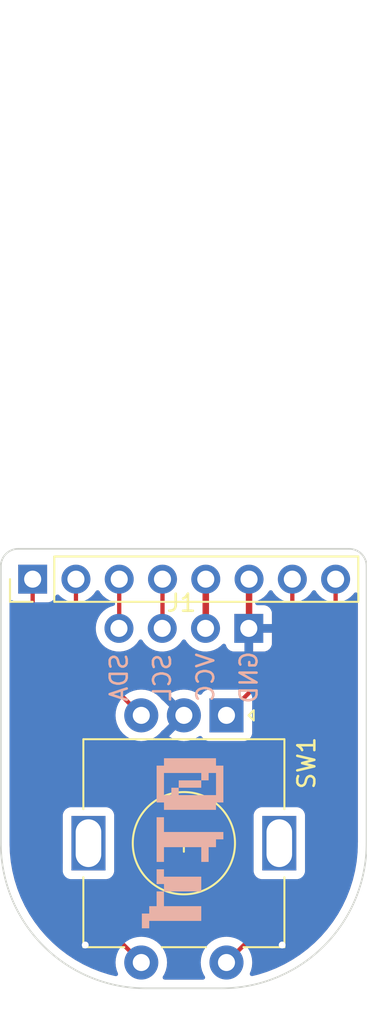
<source format=kicad_pcb>
(kicad_pcb (version 20211014) (generator pcbnew)
  (layers (0 "F.Cu" signal) (31 "B.Cu" signal) (34 "B.Paste" user) (35 "F.Paste" user) (36 "B.SilkS" user "B.Silkscreen") (37 "F.SilkS" user "F.Silkscreen") (38 "B.Mask" user) (39 "F.Mask" user) (44 "Edge.Cuts" user))
  (net 0 "")
  (net 1 "ENA")
  (net 2 "ENB")
  (net 3 "GND")
  (net 4 "S1")
  (net 5 "S2")
  (net 6 "+5V")
  (net 7 "SCL")
  (net 8 "SDA")
  (footprint "Custom_Footprints:SSD1306_OLED" (layer "F.Cu") (at 43 64 90)
    (fp_text reference "J2")
    (fp_text value "OLED")
    (fp_text user "GND" (at -20.6375 3.81 90) (layer "B.SilkS") (effects (justify mirror)))
    (fp_text user "SCL" (at -20.6375 -1.27 90) (layer "B.SilkS") (effects (justify mirror)))
    (fp_text user "VCC" (at -20.6375 1.27 90) (layer "B.SilkS") (effects (justify mirror)))
    (fp_text user "SDA" (at -20.6375 -3.81 90) (layer "B.SilkS") (effects (justify mirror)))
    (pad "1" thru_hole rect (at -17.7545 3.81 90) (size 1.7 1.7) (drill 1) (layers *.Cu *.Mask) (net 3 "GND"))
    (pad "2" thru_hole oval (at -17.7545 1.27 90) (size 1.7 1.7) (drill 1) (layers *.Cu *.Mask) (net 6 "+5V"))
    (pad "3" thru_hole oval (at -17.7545 -1.27 90) (size 1.7 1.7) (drill 1) (layers *.Cu *.Mask) (net 7 "SCL"))
    (pad "4" thru_hole oval (at -17.7545 -3.81 90) (size 1.7 1.7) (drill 1) (layers *.Cu *.Mask) (net 8 "SDA"))
  )
  (footprint "Rotary_Encoder:RotaryEncoder_Alps_EC11E-Switch_Vertical_H20mm" (layer "F.Cu") (at 45.5 86.857 -90)
    (fp_text reference "SW1" (at 2.8 -4.7 90) (layer "F.SilkS"))
    (fp_text value "Rotary_Encoder_Switch")
    (fp_line (start 9.5 -3.4) (end 13.6 -3.4) (layer "F.SilkS") (width 0.12))
    (fp_line (start 1.4 -3.4) (end 1.4 8.4) (layer "F.SilkS") (width 0.12))
    (fp_line (start 13.6 1.2) (end 13.6 3.8) (layer "F.SilkS") (width 0.12))
    (fp_line (start 0 -1.3) (end -0.3 -1.6) (layer "F.SilkS") (width 0.12))
    (fp_line (start 5.5 8.4) (end 1.4 8.4) (layer "F.SilkS") (width 0.12))
    (fp_line (start 13.6 8.4) (end 9.5 8.4) (layer "F.SilkS") (width 0.12))
    (fp_line (start 13.6 -3.4) (end 13.6 -1) (layer "F.SilkS") (width 0.12))
    (fp_line (start 0.3 -1.6) (end 0 -1.3) (layer "F.SilkS") (width 0.12))
    (fp_line (start 5.5 -3.4) (end 1.4 -3.4) (layer "F.SilkS") (width 0.12))
    (fp_line (start 13.6 6) (end 13.6 8.4) (layer "F.SilkS") (width 0.12))
    (fp_line (start 7 2.5) (end 8 2.5) (layer "F.SilkS") (width 0.12))
    (fp_line (start 7.5 2) (end 7.5 3) (layer "F.SilkS") (width 0.12))
    (fp_line (start -0.3 -1.6) (end 0.3 -1.6) (layer "F.SilkS") (width 0.12))
    (fp_circle (center 7.5 2.5) (end 10.5 2.5) (layer "F.SilkS") (width 0.12) (fill none))
    (pad "A" thru_hole rect (at 0 0 270) (size 2 2) (drill 1) (layers *.Cu *.Mask) (net 2 "ENB"))
    (pad "B" thru_hole circle (at 0 5 270) (size 2 2) (drill 1) (layers *.Cu *.Mask) (net 1 "ENA"))
    (pad "C" thru_hole circle (at 0 2.5 270) (size 2 2) (drill 1) (layers *.Cu *.Mask) (net 3 "GND"))
    (pad "MP" thru_hole rect (at 7.5 8.1 270) (size 3.2 2) (drill oval 2.8 1.5) (layers *.Cu *.Mask))
    (pad "MP" thru_hole rect (at 7.5 -3.1 270) (size 3.2 2) (drill oval 2.8 1.5) (layers *.Cu *.Mask))
    (pad "S1" thru_hole circle (at 14.5 5 270) (size 2 2) (drill 1) (layers *.Cu *.Mask) (net 4 "S1"))
    (pad "S2" thru_hole circle (at 14.5 0 270) (size 2 2) (drill 1) (layers *.Cu *.Mask) (net 5 "S2"))
  )
  (footprint "Connector_PinHeader_2.54mm:PinHeader_1x08_P2.54mm_Vertical" (layer "F.Cu") (at 34.125 78.867 90)
    (fp_text reference "J1" (at -1.397 8.73125 unlocked) (layer "F.SilkS"))
    (fp_text value "Conn_01x08_Female")
    (fp_line (start 1.33 1.27) (end 1.33 19.11) (layer "F.SilkS") (width 0.12))
    (fp_line (start -1.33 -1.33) (end 0 -1.33) (layer "F.SilkS") (width 0.12))
    (fp_line (start -1.33 0) (end -1.33 -1.33) (layer "F.SilkS") (width 0.12))
    (fp_line (start -1.33 19.11) (end 1.33 19.11) (layer "F.SilkS") (width 0.12))
    (fp_line (start -1.33 1.27) (end -1.33 19.11) (layer "F.SilkS") (width 0.12))
    (fp_line (start -1.33 1.27) (end 1.33 1.27) (layer "F.SilkS") (width 0.12))
    (pad "1" thru_hole rect (at 0 0 90) (size 1.7 1.7) (drill 1) (layers *.Cu *.Mask) (net 4 "S1"))
    (pad "2" thru_hole oval (at 0 2.54 90) (size 1.7 1.7) (drill 1) (layers *.Cu *.Mask) (net 1 "ENA"))
    (pad "3" thru_hole oval (at 0 5.08 90) (size 1.7 1.7) (drill 1) (layers *.Cu *.Mask) (net 8 "SDA"))
    (pad "4" thru_hole oval (at 0 7.62 90) (size 1.7 1.7) (drill 1) (layers *.Cu *.Mask) (net 7 "SCL"))
    (pad "5" thru_hole oval (at 0 10.16 90) (size 1.7 1.7) (drill 1) (layers *.Cu *.Mask) (net 6 "+5V"))
    (pad "6" thru_hole oval (at 0 12.7 90) (size 1.7 1.7) (drill 1) (layers *.Cu *.Mask) (net 3 "GND"))
    (pad "7" thru_hole oval (at 0 15.24 90) (size 1.7 1.7) (drill 1) (layers *.Cu *.Mask) (net 2 "ENB"))
    (pad "8" thru_hole oval (at 0 17.78 90) (size 1.7 1.7) (drill 1) (layers *.Cu *.Mask) (net 5 "S2"))
  )
  (footprint "micro10:logo_small" (layer "B.Cu") (at 42.926 94.361 90)
    (fp_text reference "G***" hide)
    (fp_text value "LOGO" hide)
    (fp_poly (pts (xy -1.959719 -1.094389) (xy -1.527054 -1.094389) (xy -1.527054 -1.527054) (xy -2.392385 -1.527054) (xy -2.392385 -1.094389) (xy -2.82505 -1.094389) (xy -2.82505 1.094389) (xy -1.959719 1.094389)) (layer "B.SilkS") (width 0) (fill solid))
    (fp_poly (pts (xy 0.661724 -1.094389) (xy 1.527054 -1.094389) (xy 1.527054 -1.527054) (xy -1.094389 -1.527054) (xy -1.094389 -1.094389) (xy -0.229058 -1.094389) (xy -0.229058 1.094389) (xy -1.094389 1.094389) (xy -1.094389 1.527054) (xy -0.229058 1.527054) (xy -0.229058 1.959719) (xy 0.229058 1.959719) (xy 0.229058 2.392384) (xy 0.661724 2.392384)) (layer "B.SilkS") (width 0) (fill solid))
    (fp_poly (pts (xy 3.690381 -0.229058) (xy 3.257716 -0.229058) (xy 3.257716 1.094389) (xy 3.690381 1.094389)) (layer "B.SilkS") (width 0) (fill solid))
    (fp_poly (pts (xy -3.690381 -1.094389) (xy -2.82505 -1.094389) (xy -2.82505 -1.527054) (xy -3.690381 -1.527054) (xy -3.690381 -1.95972) (xy -4.123046 -1.95972) (xy -4.123046 -2.392385) (xy -4.988376 -2.392385) (xy -4.988376 -1.95972) (xy -4.555711 -1.95972) (xy -4.555711 1.094389) (xy -3.690381 1.094389)) (layer "B.SilkS") (width 0) (fill solid))
    (fp_poly (pts (xy 4.555712 1.959719) (xy 4.988377 1.959719) (xy 4.988377 -1.094389) (xy 4.555712 -1.094389) (xy 4.555712 -1.527054) (xy 2.392385 -1.527054) (xy 2.392385 -1.094389) (xy 2.82505 -1.094389) (xy 4.123046 -1.094389) (xy 4.123046 1.094389) (xy 3.690381 1.094389) (xy 3.690381 1.527054) (xy 4.123046 1.527054) (xy 4.123046 1.959719) (xy 2.82505 1.959719) (xy 2.82505 -0.229058) (xy 3.257716 -0.229058) (xy 3.257716 -0.661724) (xy 2.82505 -0.661724) (xy 2.82505 -1.094389) (xy 2.392385 -1.094389) (xy 1.95972 -1.094389) (xy 1.95972 1.959719) (xy 2.392385 1.959719) (xy 2.392385 2.392384) (xy 4.555712 2.392384)) (layer "B.SilkS") (width 0) (fill solid))
  )
  (gr_line (start 32.258 78.105) (end 32.258 94.361) (layer "Edge.Cuts") (width 0.1))
  (gr_arc (start 53.721 94.361) (mid 51.228772 100.377772) (end 45.212 102.87) (layer "Edge.Cuts") (width 0.1))
  (gr_line (start 53.721 78.105) (end 53.721 94.361) (layer "Edge.Cuts") (width 0.1))
  (gr_line (start 40.767 102.87) (end 45.212 102.87) (layer "Edge.Cuts") (width 0.1))
  (gr_arc (start 40.767 102.87) (mid 34.750228 100.377772) (end 32.258 94.361) (layer "Edge.Cuts") (width 0.1))
  (gr_arc (start 32.258 78.105) (mid 32.55558 77.38658) (end 33.274 77.089) (layer "Edge.Cuts") (width 0.1))
  (gr_arc (start 52.705 77.089) (mid 53.42342 77.38658) (end 53.721 78.105) (layer "Edge.Cuts") (width 0.1))
  (gr_line (start 33.274 77.089) (end 52.705 77.089) (layer "Edge.Cuts") (width 0.1))
  (segment (start 36.665 83.022) (end 40.5 86.857) (width 0.25) (layer "F.Cu") (net 1))
  (segment (start 36.665 78.867) (end 36.665 83.022) (width 0.25) (layer "F.Cu") (net 1))
  (segment (start 49.365 78.867) (end 49.365 82.992) (width 0.25) (layer "F.Cu") (net 2))
  (segment (start 49.365 82.992) (end 45.5 86.857) (width 0.25) (layer "F.Cu") (net 2))
  (segment (start 46.825 78.867) (end 46.825 81.7395) (width 0.381) (layer "F.Cu") (net 3))
  (segment (start 46.825 81.7395) (end 46.81 81.7545) (width 0.381) (layer "F.Cu") (net 3))
  (via (at 48.768 100.33) (size 0.8) (drill 0.4) (layers "F.Cu" "B.Cu") (net 3))
  (via (at 37.211 100.33) (size 0.8) (drill 0.4) (layers "F.Cu" "B.Cu") (net 3))
  (segment (start 34.125 94.982) (end 40.5 101.357) (width 0.25) (layer "F.Cu") (net 4))
  (segment (start 34.125 78.867) (end 34.125 94.982) (width 0.25) (layer "F.Cu") (net 4))
  (segment (start 51.905 78.867) (end 51.905 94.952) (width 0.25) (layer "F.Cu") (net 5))
  (segment (start 51.905 94.952) (end 45.5 101.357) (width 0.25) (layer "F.Cu") (net 5))
  (segment (start 44.285 78.867) (end 44.285 81.7395) (width 0.381) (layer "F.Cu") (net 6))
  (segment (start 44.285 81.7395) (end 44.27 81.7545) (width 0.381) (layer "F.Cu") (net 6))
  (segment (start 41.745 78.867) (end 41.745 81.7395) (width 0.25) (layer "F.Cu") (net 7))
  (segment (start 41.745 81.7395) (end 41.73 81.7545) (width 0.25) (layer "F.Cu") (net 7))
  (segment (start 39.205 81.7395) (end 39.19 81.7545) (width 0.25) (layer "F.Cu") (net 8))
  (segment (start 39.205 78.867) (end 39.205 81.7395) (width 0.25) (layer "F.Cu") (net 8))
  (zone (net 3) (net_name "GND") (layers F&B.Cu) (connect_pads (clearance 0.508)) (min_thickness 0.254) (fill yes (thermal_gap 0.508) (thermal_bridge_width 0.508))
    (polygon (pts (xy 53.721 102.87) (xy 32.258 102.87) (xy 32.258 77.089) (xy 53.721 77.089)))
  )
)
</source>
